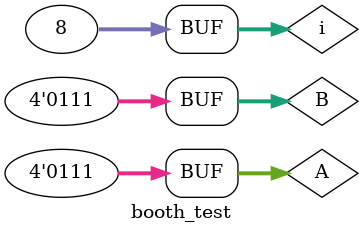
<source format=v>
`timescale 1ns / 1ps


module booth_test;

	// Inputs
	reg [3:0] A;
	reg [3:0] B;
	integer i;
	// Outputs
	wire [7:0] mul;

	// Instantiate the Unit Under Test (UUT)
	booth uut (
		.A(A), 
		.B(B), 
		.mul(mul)
	);

	initial begin
		// Initialize Inputs
		A = 0;
		B = 0;
		i=0;

		// Wait 100 ns for global reset to finish
//		#4;
//		A = 0;
//		B = 0;
//		$monitor("a=%d b=%d \t output value mul =%d",$signed(A),$signed(B),$signed(mul));
//     
		#4
		A = -7;
		for (i=-7;i<=7;i=i+1) begin
					 B = i;
					 
		$monitor("a=%d b=%d \t output value mul =%d ",$signed(A),$signed(B),$signed(mul));					
					 #4;
	end
	#4
		A = -6;
		for (i=-7;i<=7;i=i+1) begin
					 B = i;
					 
		$monitor("a=%d b=%d \t output value mul =%d ",$signed(A),$signed(B),$signed(mul));					
					 #4;
	end
	#4
		A = -5;
		for (i=-7;i<=7;i=i+1) begin
					 B = i;
					 
		$monitor("a=%d b=%d \t output value mul =%d ",$signed(A),$signed(B),$signed(mul));					
					 #4;
	end
	#4
		A = -4;
		for (i=-7;i<=7;i=i+1) begin
					 B = i;
					 
		$monitor("a=%d b=%d \t output value mul =%d ",$signed(A),$signed(B),$signed(mul));					
					 #4;
	end
	#4
		A = -3;
		for (i=-7;i<=7;i=i+1) begin
					 B = i;
					 
		$monitor("a=%d b=%d \t output value mul =%d ",$signed(A),$signed(B),$signed(mul));					
					 #4;
	end
	#4
		A = -2;
		for (i=-7;i<=7;i=i+1) begin
					 B = i;
					 
		$monitor("a=%d b=%d \t output value mul =%d ",$signed(A),$signed(B),$signed(mul));					
					 #4;
	end
	#4
		A = -1;
		for (i=-7;i<=7;i=i+1) begin
					 B = i;
					 
		$monitor("a=%d b=%d \t output value mul =%d ",$signed(A),$signed(B),$signed(mul));					
					 #4;
	end
		#4
		A = 0;
		for (i=-7;i<=7;i=i+1) begin
					 B = i;
					 
		$monitor("a=%d b=%d \t output value mul =%d ",$signed(A),$signed(B),$signed(mul));					
					 #4;
	end
	#4
		A = 1;
		for (i=-7;i<=7;i=i+1) begin
					 B = i;
					 
		$monitor("a=%d b=%d \t output value mul =%d ",$signed(A),$signed(B),$signed(mul));					
					 #4;
	end
	#4
		A = 2;
		for (i=-7;i<=7;i=i+1) begin
					 B = i;
					 
		$monitor( "a=%d b=%d \t output value mul =%d ",$signed(A),$signed(B),$signed(mul));					
					 #4;
	end	
	#4
		A = 3;
		for (i=-7;i<=7;i=i+1) begin
					 B = i;
					 
		$monitor( "a=%d b=%d \t output value mul =%d ",$signed(A),$signed(B),$signed(mul));					
					 #4;
	end
	#4
		A = 4;
		for (i=-7;i<=7;i=i+1) begin
					 B = i;
					 
		$monitor( "a=%d b=%d \t output value mul =%d ",$signed(A),$signed(B),$signed(mul));					
					 #4;
	end
	#4
		A = 5;
		for (i=-7;i<=7;i=i+1) begin
					 B = i;
					 
		$monitor( "a=%d b=%d \t output value mul =%d ",$signed(A),$signed(B),$signed(mul));					
					 #4;
	end
	#4
		A = 6;
		for (i=-7;i<=7;i=i+1) begin
					 B = i;
					 
		$monitor( "a=%d b=%d \t output value mul =%d ",$signed(A),$signed(B),$signed(mul));					
					 #4;
	end
	#4
		A = 7;
		for (i=-7;i<=7;i=i+1) begin
					 B = i;
					 
		$monitor( "a=%d b=%d \t output value mul =%d ",$signed(A),$signed(B),$signed(mul));					
					 #4;
	end
	
	end
      
endmodule


</source>
